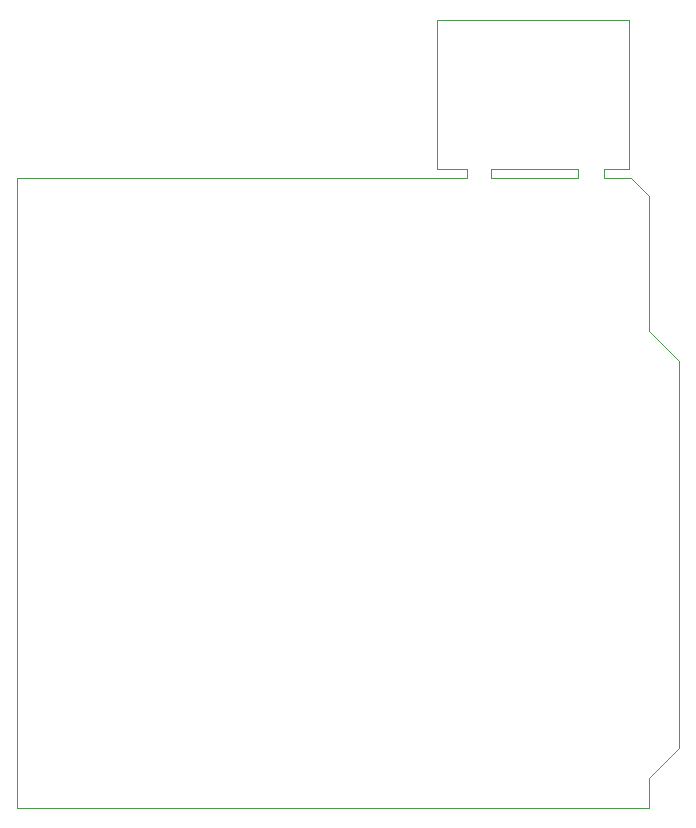
<source format=gm1>
G04 #@! TF.GenerationSoftware,KiCad,Pcbnew,7.0.7*
G04 #@! TF.CreationDate,2024-04-25T01:55:24+02:00*
G04 #@! TF.ProjectId,autopcb,6175746f-7063-4622-9e6b-696361645f70,rev?*
G04 #@! TF.SameCoordinates,Original*
G04 #@! TF.FileFunction,Profile,NP*
%FSLAX46Y46*%
G04 Gerber Fmt 4.6, Leading zero omitted, Abs format (unit mm)*
G04 Created by KiCad (PCBNEW 7.0.7) date 2024-04-25 01:55:24*
%MOMM*%
%LPD*%
G01*
G04 APERTURE LIST*
G04 #@! TA.AperFunction,Profile*
%ADD10C,0.100000*%
G04 #@! TD*
G04 APERTURE END LIST*
D10*
X169926000Y-82169000D02*
X169926000Y-82931000D01*
X176276000Y-98425000D02*
X176276000Y-131191000D01*
X155829000Y-69596000D02*
X155829000Y-82169000D01*
X160401000Y-82931000D02*
X160401000Y-82169000D01*
X173736000Y-84455000D02*
X173736000Y-95885000D01*
X176276000Y-131191000D02*
X173736000Y-133731000D01*
X160401000Y-82169000D02*
X167767000Y-82169000D01*
X169926000Y-82931000D02*
X172212000Y-82931000D01*
X167767000Y-82931000D02*
X167767000Y-82169000D01*
X158369000Y-82931000D02*
X120269000Y-82931000D01*
X173736000Y-95885000D02*
X176276000Y-98425000D01*
X173736000Y-84455000D02*
X172212000Y-82931000D01*
X173736000Y-136271000D02*
X125857000Y-136271000D01*
X172085000Y-82169000D02*
X169926000Y-82169000D01*
X120269000Y-82931000D02*
X120269000Y-136271000D01*
X172085000Y-69596000D02*
X155829000Y-69596000D01*
X172085000Y-82169000D02*
X172085000Y-69596000D01*
X158369000Y-82169000D02*
X155829000Y-82169000D01*
X120269000Y-136271000D02*
X125857000Y-136271000D01*
X167767000Y-82931000D02*
X160401000Y-82931000D01*
X173736000Y-133731000D02*
X173736000Y-136271000D01*
X158369000Y-82169000D02*
X158369000Y-82931000D01*
M02*

</source>
